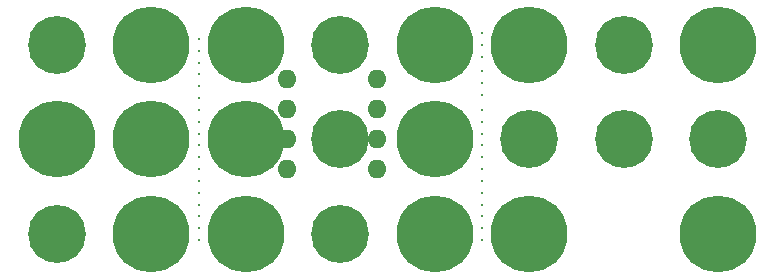
<source format=gbs>
G04 #@! TF.FileFunction,Soldermask,Bot*
%FSLAX46Y46*%
G04 Gerber Fmt 4.6, Leading zero omitted, Abs format (unit mm)*
G04 Created by KiCad (PCBNEW (2015-08-15 BZR 6092)-product) date 3/13/2016 3:57:28 PM*
%MOMM*%
G01*
G04 APERTURE LIST*
%ADD10C,0.100000*%
%ADD11C,4.902200*%
%ADD12C,6.500000*%
%ADD13O,1.600000X1.600000*%
%ADD14C,0.330200*%
G04 APERTURE END LIST*
D10*
D11*
X113000000Y-40000000D03*
X113000000Y-56000000D03*
D12*
X169000000Y-56000000D03*
X169000000Y-40000000D03*
X145000000Y-56000000D03*
D13*
X132500000Y-42900000D03*
X132500000Y-45440000D03*
X132500000Y-47980000D03*
X132500000Y-50520000D03*
X140120000Y-50520000D03*
X140120000Y-47980000D03*
X140120000Y-45440000D03*
X140120000Y-42900000D03*
D12*
X129000000Y-48000000D03*
X145000000Y-48000000D03*
D11*
X137000000Y-40000000D03*
D12*
X129000000Y-40000000D03*
X129000000Y-56000000D03*
X145000000Y-40000000D03*
D11*
X137000000Y-48000000D03*
X137000000Y-56000000D03*
X161000000Y-48000000D03*
D12*
X121000000Y-48000000D03*
X121000000Y-56000000D03*
D11*
X169000000Y-48000000D03*
X153000000Y-48000000D03*
D12*
X153000000Y-40000000D03*
X153000000Y-56000000D03*
D11*
X161000000Y-40000000D03*
D12*
X113000000Y-48000000D03*
X121000000Y-40000000D03*
D14*
X149000000Y-41016000D03*
X149000000Y-38984000D03*
X149000000Y-40000000D03*
X149000000Y-50516000D03*
X149000000Y-48484000D03*
X149000000Y-49500000D03*
X149000000Y-53516000D03*
X149000000Y-51484000D03*
X149000000Y-52500000D03*
X149000000Y-56516000D03*
X149000000Y-54484000D03*
X149000000Y-55500000D03*
X149000000Y-47516000D03*
X149000000Y-45484000D03*
X149000000Y-46500000D03*
X149000000Y-44266000D03*
X149000000Y-42234000D03*
X149000000Y-43250000D03*
X125000000Y-56516000D03*
X125000000Y-54484000D03*
X125000000Y-55500000D03*
X125000000Y-53516000D03*
X125000000Y-51484000D03*
X125000000Y-52500000D03*
X125000000Y-50516000D03*
X125000000Y-48484000D03*
X125000000Y-49500000D03*
X125000000Y-47516000D03*
X125000000Y-45484000D03*
X125000000Y-46500000D03*
X125000000Y-44516000D03*
X125000000Y-42484000D03*
X125000000Y-43500000D03*
X125000000Y-41516000D03*
X125000000Y-39484000D03*
X125000000Y-40500000D03*
M02*

</source>
